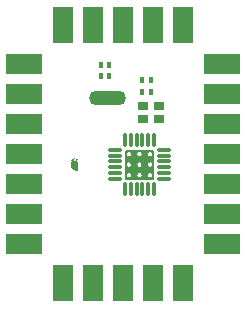
<source format=gts>
G04 DipTrace 2.4.0.2*
%INkeypad.gts*%
%MOMM*%
%ADD15C,0.152*%
%ADD17C,0.165*%
%ADD21O,1.14X0.42*%
%ADD23O,0.42X1.14*%
%ADD33O,1.185X1.23*%
%ADD42R,0.45X0.55*%
%ADD43R,2.082X1.75*%
%ADD44R,1.65X1.75*%
%ADD45R,1.75X2.082*%
%ADD46R,1.75X1.65*%
%ADD47R,0.95X0.75*%
%FSLAX53Y53*%
G04*
G71*
G90*
G75*
G01*
%LNTopMask*%
%LPD*%
X20002Y21472D2*
D17*
Y21492D1*
X20004Y21511D1*
X20007Y21530D1*
X20012Y21549D1*
X20018Y21568D1*
X20025Y21586D1*
X20033Y21604D1*
X20042Y21620D1*
X20053Y21637D1*
X20064Y21652D1*
X20076Y21666D1*
X20090Y21680D1*
X20104Y21693D1*
X20119Y21704D1*
X20135Y21714D1*
X20151Y21724D1*
X20168Y21731D1*
X20186Y21738D1*
X20204Y21743D1*
X20222Y21748D1*
X20240Y21750D1*
X20259Y21752D1*
X20278D1*
X20296Y21750D1*
X20315Y21748D1*
X20333Y21743D1*
X20351Y21738D1*
X20368Y21731D1*
X20385Y21724D1*
X20402Y21714D1*
X20417Y21704D1*
X20432Y21693D1*
X20447Y21680D1*
X20460Y21666D1*
X20472Y21652D1*
X20484Y21637D1*
X20494Y21620D1*
X20504Y21604D1*
X20512Y21586D1*
X20519Y21568D1*
X20525Y21549D1*
X20529Y21530D1*
X20532Y21511D1*
X20534Y21492D1*
X20535Y21472D1*
X20534Y21453D1*
X20532Y21433D1*
X20529Y21414D1*
X20525Y21395D1*
X20519Y21377D1*
X20512Y21359D1*
X20504Y21341D1*
X20494Y21324D1*
X20484Y21308D1*
X20472Y21293D1*
X20460Y21278D1*
X20447Y21265D1*
X20432Y21252D1*
X20417Y21241D1*
X20402Y21230D1*
X20385Y21221D1*
X20368Y21213D1*
X20351Y21207D1*
X20333Y21201D1*
X20315Y21197D1*
X20296Y21194D1*
X20278Y21193D1*
X20259D1*
X20240Y21194D1*
X20222Y21197D1*
X20204Y21201D1*
X20186Y21207D1*
X20168Y21213D1*
X20151Y21221D1*
X20135Y21230D1*
X20119Y21241D1*
X20104Y21252D1*
X20090Y21265D1*
X20076Y21278D1*
X20064Y21293D1*
X20053Y21308D1*
X20042Y21324D1*
X20033Y21341D1*
X20025Y21359D1*
X20018Y21377D1*
X20012Y21395D1*
X20007Y21414D1*
X20004Y21433D1*
X20002Y21453D1*
Y21472D1*
X20905D2*
X20906Y21492D1*
X20908Y21511D1*
X20911Y21530D1*
X20915Y21549D1*
X20921Y21568D1*
X20928Y21586D1*
X20936Y21604D1*
X20945Y21620D1*
X20956Y21637D1*
X20967Y21652D1*
X20980Y21666D1*
X20993Y21680D1*
X21007Y21693D1*
X21022Y21704D1*
X21038Y21714D1*
X21055Y21724D1*
X21072Y21731D1*
X21089Y21738D1*
X21107Y21743D1*
X21125Y21748D1*
X21144Y21750D1*
X21162Y21752D1*
X21181D1*
X21199Y21750D1*
X21218Y21748D1*
X21236Y21743D1*
X21254Y21738D1*
X21271Y21731D1*
X21288Y21724D1*
X21305Y21714D1*
X21321Y21704D1*
X21336Y21693D1*
X21350Y21680D1*
X21363Y21666D1*
X21376Y21652D1*
X21387Y21637D1*
X21398Y21620D1*
X21407Y21604D1*
X21415Y21586D1*
X21422Y21568D1*
X21428Y21549D1*
X21432Y21530D1*
X21436Y21511D1*
X21437Y21492D1*
X21438Y21472D1*
X21437Y21453D1*
X21436Y21433D1*
X21432Y21414D1*
X21428Y21395D1*
X21422Y21377D1*
X21415Y21359D1*
X21407Y21341D1*
X21398Y21324D1*
X21387Y21308D1*
X21376Y21293D1*
X21363Y21278D1*
X21350Y21265D1*
X21336Y21252D1*
X21321Y21241D1*
X21305Y21230D1*
X21288Y21221D1*
X21271Y21213D1*
X21254Y21207D1*
X21236Y21201D1*
X21218Y21197D1*
X21199Y21194D1*
X21181Y21193D1*
X21162D1*
X21144Y21194D1*
X21125Y21197D1*
X21107Y21201D1*
X21089Y21207D1*
X21072Y21213D1*
X21055Y21221D1*
X21038Y21230D1*
X21022Y21241D1*
X21007Y21252D1*
X20993Y21265D1*
X20980Y21278D1*
X20967Y21293D1*
X20956Y21308D1*
X20945Y21324D1*
X20936Y21341D1*
X20928Y21359D1*
X20921Y21377D1*
X20915Y21395D1*
X20911Y21414D1*
X20908Y21433D1*
X20906Y21453D1*
X20905Y21472D1*
X19095Y20576D2*
X19096Y20595D1*
X19098Y20615D1*
X19101Y20634D1*
X19105Y20653D1*
X19111Y20671D1*
X19118Y20689D1*
X19126Y20707D1*
X19135Y20724D1*
X19146Y20740D1*
X19157Y20755D1*
X19170Y20770D1*
X19183Y20783D1*
X19197Y20796D1*
X19212Y20807D1*
X19228Y20818D1*
X19245Y20827D1*
X19262Y20835D1*
X19279Y20842D1*
X19297Y20847D1*
X19315Y20851D1*
X19334Y20854D1*
X19352Y20855D1*
X19371D1*
X19389Y20854D1*
X19408Y20851D1*
X19426Y20847D1*
X19444Y20842D1*
X19461Y20835D1*
X19478Y20827D1*
X19495Y20818D1*
X19511Y20807D1*
X19526Y20796D1*
X19540Y20783D1*
X19553Y20770D1*
X19566Y20755D1*
X19577Y20740D1*
X19588Y20724D1*
X19597Y20707D1*
X19605Y20689D1*
X19612Y20671D1*
X19618Y20653D1*
X19622Y20634D1*
X19626Y20615D1*
X19628Y20595D1*
Y20576D1*
Y20556D1*
X19626Y20537D1*
X19622Y20518D1*
X19618Y20499D1*
X19612Y20480D1*
X19605Y20462D1*
X19597Y20445D1*
X19588Y20428D1*
X19577Y20411D1*
X19566Y20396D1*
X19553Y20382D1*
X19540Y20368D1*
X19526Y20356D1*
X19511Y20344D1*
X19495Y20334D1*
X19478Y20325D1*
X19461Y20317D1*
X19444Y20310D1*
X19426Y20305D1*
X19408Y20301D1*
X19389Y20298D1*
X19371Y20296D1*
X19352D1*
X19334Y20298D1*
X19315Y20301D1*
X19297Y20305D1*
X19279Y20310D1*
X19262Y20317D1*
X19245Y20325D1*
X19228Y20334D1*
X19212Y20344D1*
X19197Y20356D1*
X19183Y20368D1*
X19170Y20382D1*
X19157Y20396D1*
X19146Y20411D1*
X19135Y20428D1*
X19126Y20445D1*
X19118Y20462D1*
X19111Y20480D1*
X19105Y20499D1*
X19101Y20518D1*
X19098Y20537D1*
X19096Y20556D1*
X19095Y20576D1*
X19995Y20572D2*
Y20592D1*
X19997Y20611D1*
X20001Y20630D1*
X20005Y20649D1*
X20011Y20668D1*
X20018Y20686D1*
X20026Y20704D1*
X20035Y20720D1*
X20046Y20737D1*
X20057Y20752D1*
X20070Y20766D1*
X20083Y20780D1*
X20097Y20792D1*
X20112Y20804D1*
X20128Y20814D1*
X20145Y20823D1*
X20162Y20831D1*
X20179Y20838D1*
X20197Y20843D1*
X20215Y20847D1*
X20234Y20850D1*
X20252Y20851D1*
X20271D1*
X20289Y20850D1*
X20308Y20847D1*
X20326Y20843D1*
X20344Y20838D1*
X20361Y20831D1*
X20378Y20823D1*
X20395Y20814D1*
X20411Y20804D1*
X20426Y20792D1*
X20440Y20780D1*
X20453Y20766D1*
X20466Y20752D1*
X20477Y20737D1*
X20488Y20720D1*
X20497Y20704D1*
X20505Y20686D1*
X20512Y20668D1*
X20518Y20649D1*
X20522Y20630D1*
X20525Y20611D1*
X20527Y20592D1*
X20528Y20572D1*
X20527Y20553D1*
X20525Y20534D1*
X20522Y20514D1*
X20518Y20495D1*
X20512Y20477D1*
X20505Y20459D1*
X20497Y20441D1*
X20488Y20424D1*
X20477Y20408D1*
X20466Y20393D1*
X20453Y20378D1*
X20440Y20365D1*
X20426Y20352D1*
X20411Y20341D1*
X20395Y20331D1*
X20378Y20321D1*
X20361Y20314D1*
X20344Y20307D1*
X20326Y20301D1*
X20308Y20297D1*
X20289Y20295D1*
X20271Y20293D1*
X20252D1*
X20234Y20295D1*
X20215Y20297D1*
X20197Y20301D1*
X20179Y20307D1*
X20162Y20314D1*
X20145Y20321D1*
X20128Y20331D1*
X20112Y20341D1*
X20097Y20352D1*
X20083Y20365D1*
X20070Y20378D1*
X20057Y20393D1*
X20046Y20408D1*
X20035Y20424D1*
X20026Y20441D1*
X20018Y20459D1*
X20011Y20477D1*
X20005Y20495D1*
X20001Y20514D1*
X19997Y20534D1*
X19995Y20553D1*
Y20572D1*
X20005D2*
X20006Y20592D1*
X20008Y20611D1*
X20011Y20630D1*
X20015Y20649D1*
X20021Y20668D1*
X20028Y20686D1*
X20036Y20704D1*
X20046Y20720D1*
X20056Y20737D1*
X20067Y20752D1*
X20080Y20766D1*
X20093Y20780D1*
X20108Y20792D1*
X20123Y20804D1*
X20138Y20814D1*
X20155Y20823D1*
X20172Y20831D1*
X20189Y20838D1*
X20207Y20843D1*
X20225Y20847D1*
X20244Y20850D1*
X20262Y20851D1*
X20281D1*
X20300Y20850D1*
X20318Y20847D1*
X20336Y20843D1*
X20354Y20838D1*
X20372Y20831D1*
X20389Y20823D1*
X20405Y20814D1*
X20421Y20804D1*
X20436Y20792D1*
X20450Y20780D1*
X20463Y20766D1*
X20476Y20752D1*
X20487Y20737D1*
X20498Y20720D1*
X20507Y20704D1*
X20515Y20686D1*
X20522Y20668D1*
X20528Y20649D1*
X20532Y20630D1*
X20536Y20611D1*
X20538Y20592D1*
Y20572D1*
Y20553D1*
X20536Y20534D1*
X20532Y20514D1*
X20528Y20495D1*
X20522Y20477D1*
X20515Y20459D1*
X20507Y20441D1*
X20498Y20424D1*
X20487Y20408D1*
X20476Y20393D1*
X20463Y20378D1*
X20450Y20365D1*
X20436Y20352D1*
X20421Y20341D1*
X20405Y20331D1*
X20389Y20321D1*
X20372Y20314D1*
X20354Y20307D1*
X20336Y20301D1*
X20318Y20297D1*
X20300Y20295D1*
X20281Y20293D1*
X20262D1*
X20244Y20295D1*
X20225Y20297D1*
X20207Y20301D1*
X20189Y20307D1*
X20172Y20314D1*
X20155Y20321D1*
X20138Y20331D1*
X20123Y20341D1*
X20108Y20352D1*
X20093Y20365D1*
X20080Y20378D1*
X20067Y20393D1*
X20056Y20408D1*
X20046Y20424D1*
X20036Y20441D1*
X20028Y20459D1*
X20021Y20477D1*
X20015Y20495D1*
X20011Y20514D1*
X20008Y20534D1*
X20006Y20553D1*
X20005Y20572D1*
X20902Y20579D2*
Y20599D1*
X20904Y20618D1*
X20907Y20637D1*
X20912Y20656D1*
X20918Y20675D1*
X20925Y20693D1*
X20933Y20710D1*
X20942Y20727D1*
X20952Y20743D1*
X20964Y20759D1*
X20976Y20773D1*
X20990Y20787D1*
X21004Y20799D1*
X21019Y20811D1*
X21035Y20821D1*
X21051Y20830D1*
X21068Y20838D1*
X21086Y20845D1*
X21104Y20850D1*
X21122Y20854D1*
X21140Y20857D1*
X21159Y20858D1*
X21177D1*
X21196Y20857D1*
X21214Y20854D1*
X21233Y20850D1*
X21251Y20845D1*
X21268Y20838D1*
X21285Y20830D1*
X21301Y20821D1*
X21317Y20811D1*
X21332Y20799D1*
X21347Y20787D1*
X21360Y20773D1*
X21372Y20759D1*
X21384Y20743D1*
X21394Y20727D1*
X21404Y20710D1*
X21412Y20693D1*
X21419Y20675D1*
X21424Y20656D1*
X21429Y20637D1*
X21432Y20618D1*
X21434Y20599D1*
X21435Y20579D1*
X21434Y20560D1*
X21432Y20540D1*
X21429Y20521D1*
X21424Y20502D1*
X21419Y20484D1*
X21412Y20465D1*
X21404Y20448D1*
X21394Y20431D1*
X21384Y20415D1*
X21372Y20400D1*
X21360Y20385D1*
X21347Y20372D1*
X21332Y20359D1*
X21317Y20348D1*
X21301Y20337D1*
X21285Y20328D1*
X21268Y20320D1*
X21251Y20313D1*
X21233Y20308D1*
X21214Y20304D1*
X21196Y20301D1*
X21177Y20300D1*
X21159D1*
X21140Y20301D1*
X21122Y20304D1*
X21104Y20308D1*
X21086Y20313D1*
X21068Y20320D1*
X21051Y20328D1*
X21035Y20337D1*
X21019Y20348D1*
X21004Y20359D1*
X20990Y20372D1*
X20976Y20385D1*
X20964Y20400D1*
X20952Y20415D1*
X20942Y20431D1*
X20933Y20448D1*
X20925Y20465D1*
X20918Y20484D1*
X20912Y20502D1*
X20907Y20521D1*
X20904Y20540D1*
X20902Y20560D1*
Y20579D1*
X19998Y19672D2*
X19999Y19692D1*
X20001Y19711D1*
X20004Y19730D1*
X20009Y19749D1*
X20014Y19768D1*
X20021Y19786D1*
X20029Y19803D1*
X20039Y19820D1*
X20049Y19836D1*
X20061Y19852D1*
X20073Y19866D1*
X20086Y19880D1*
X20101Y19892D1*
X20116Y19904D1*
X20132Y19914D1*
X20148Y19923D1*
X20165Y19931D1*
X20182Y19938D1*
X20200Y19943D1*
X20219Y19947D1*
X20237Y19950D1*
X20256Y19951D1*
X20274D1*
X20293Y19950D1*
X20311Y19947D1*
X20329Y19943D1*
X20347Y19938D1*
X20365Y19931D1*
X20382Y19923D1*
X20398Y19914D1*
X20414Y19904D1*
X20429Y19892D1*
X20443Y19880D1*
X20457Y19866D1*
X20469Y19852D1*
X20481Y19836D1*
X20491Y19820D1*
X20500Y19803D1*
X20508Y19786D1*
X20515Y19768D1*
X20521Y19749D1*
X20526Y19730D1*
X20529Y19711D1*
X20531Y19692D1*
Y19672D1*
Y19653D1*
X20529Y19633D1*
X20526Y19614D1*
X20521Y19595D1*
X20515Y19577D1*
X20508Y19559D1*
X20500Y19541D1*
X20491Y19524D1*
X20481Y19508D1*
X20469Y19493D1*
X20457Y19478D1*
X20443Y19465D1*
X20429Y19452D1*
X20414Y19441D1*
X20398Y19430D1*
X20382Y19421D1*
X20365Y19413D1*
X20347Y19407D1*
X20329Y19401D1*
X20311Y19397D1*
X20293Y19395D1*
X20274Y19393D1*
X20256D1*
X20237Y19395D1*
X20219Y19397D1*
X20200Y19401D1*
X20182Y19407D1*
X20165Y19413D1*
X20148Y19421D1*
X20132Y19430D1*
X20116Y19441D1*
X20101Y19452D1*
X20086Y19465D1*
X20073Y19478D1*
X20061Y19493D1*
X20049Y19508D1*
X20039Y19524D1*
X20029Y19541D1*
X20021Y19559D1*
X20014Y19577D1*
X20009Y19595D1*
X20004Y19614D1*
X20001Y19633D1*
X19999Y19653D1*
X19998Y19672D1*
X19102D2*
Y19692D1*
X19104Y19711D1*
X19108Y19730D1*
X19112Y19749D1*
X19118Y19768D1*
X19125Y19786D1*
X19133Y19803D1*
X19142Y19820D1*
X19153Y19836D1*
X19164Y19852D1*
X19177Y19866D1*
X19190Y19880D1*
X19204Y19892D1*
X19219Y19904D1*
X19235Y19914D1*
X19252Y19923D1*
X19269Y19931D1*
X19286Y19938D1*
X19304Y19943D1*
X19322Y19947D1*
X19341Y19950D1*
X19359Y19951D1*
X19378D1*
X19396Y19950D1*
X19415Y19947D1*
X19433Y19943D1*
X19451Y19938D1*
X19468Y19931D1*
X19485Y19923D1*
X19502Y19914D1*
X19517Y19904D1*
X19533Y19892D1*
X19547Y19880D1*
X19560Y19866D1*
X19573Y19852D1*
X19584Y19836D1*
X19594Y19820D1*
X19604Y19803D1*
X19612Y19786D1*
X19619Y19768D1*
X19625Y19749D1*
X19629Y19730D1*
X19632Y19711D1*
X19634Y19692D1*
X19635Y19672D1*
X19634Y19653D1*
X19632Y19633D1*
X19629Y19614D1*
X19625Y19595D1*
X19619Y19577D1*
X19612Y19559D1*
X19604Y19541D1*
X19594Y19524D1*
X19584Y19508D1*
X19573Y19493D1*
X19560Y19478D1*
X19547Y19465D1*
X19533Y19452D1*
X19517Y19441D1*
X19502Y19430D1*
X19485Y19421D1*
X19468Y19413D1*
X19451Y19407D1*
X19433Y19401D1*
X19415Y19397D1*
X19396Y19395D1*
X19378Y19393D1*
X19359D1*
X19341Y19395D1*
X19322Y19397D1*
X19304Y19401D1*
X19286Y19407D1*
X19269Y19413D1*
X19252Y19421D1*
X19235Y19430D1*
X19219Y19441D1*
X19204Y19452D1*
X19190Y19465D1*
X19177Y19478D1*
X19164Y19493D1*
X19153Y19508D1*
X19142Y19524D1*
X19133Y19541D1*
X19125Y19559D1*
X19118Y19577D1*
X19112Y19595D1*
X19108Y19614D1*
X19104Y19633D1*
X19102Y19653D1*
Y19672D1*
X20905D2*
X20906Y19692D1*
X20908Y19711D1*
X20911Y19730D1*
X20915Y19749D1*
X20921Y19768D1*
X20928Y19786D1*
X20936Y19803D1*
X20945Y19820D1*
X20956Y19836D1*
X20967Y19852D1*
X20980Y19866D1*
X20993Y19880D1*
X21007Y19892D1*
X21022Y19904D1*
X21038Y19914D1*
X21055Y19923D1*
X21072Y19931D1*
X21089Y19938D1*
X21107Y19943D1*
X21125Y19947D1*
X21144Y19950D1*
X21162Y19951D1*
X21181D1*
X21199Y19950D1*
X21218Y19947D1*
X21236Y19943D1*
X21254Y19938D1*
X21271Y19931D1*
X21288Y19923D1*
X21305Y19914D1*
X21321Y19904D1*
X21336Y19892D1*
X21350Y19880D1*
X21363Y19866D1*
X21376Y19852D1*
X21387Y19836D1*
X21398Y19820D1*
X21407Y19803D1*
X21415Y19786D1*
X21422Y19768D1*
X21428Y19749D1*
X21432Y19730D1*
X21436Y19711D1*
X21437Y19692D1*
X21438Y19672D1*
X21437Y19653D1*
X21436Y19633D1*
X21432Y19614D1*
X21428Y19595D1*
X21422Y19577D1*
X21415Y19559D1*
X21407Y19541D1*
X21398Y19524D1*
X21387Y19508D1*
X21376Y19493D1*
X21363Y19478D1*
X21350Y19465D1*
X21336Y19452D1*
X21321Y19441D1*
X21305Y19430D1*
X21288Y19421D1*
X21271Y19413D1*
X21254Y19407D1*
X21236Y19401D1*
X21218Y19397D1*
X21199Y19395D1*
X21181Y19393D1*
X21162D1*
X21144Y19395D1*
X21125Y19397D1*
X21107Y19401D1*
X21089Y19407D1*
X21072Y19413D1*
X21055Y19421D1*
X21038Y19430D1*
X21022Y19441D1*
X21007Y19452D1*
X20993Y19465D1*
X20980Y19478D1*
X20967Y19493D1*
X20956Y19508D1*
X20945Y19524D1*
X20936Y19541D1*
X20928Y19559D1*
X20921Y19577D1*
X20915Y19595D1*
X20911Y19614D1*
X20908Y19633D1*
X20906Y19653D1*
X20905Y19672D1*
X19122Y21726D2*
D15*
X21422D1*
Y19376D1*
X19122D1*
Y21726D1*
G36*
X19606Y21782D2*
X20086D1*
Y19399D1*
X19606D1*
Y21782D1*
G37*
G36*
X19049Y20376D2*
X21525D1*
Y19909D1*
X19049D1*
Y20376D1*
G37*
G36*
X19066Y21236D2*
X21425D1*
Y20769D1*
X19066D1*
Y21236D1*
G37*
G36*
X20522Y21776D2*
X20968D1*
Y19406D1*
X20522D1*
Y21776D1*
G37*
X19128Y21459D2*
D17*
X19129Y21479D1*
X19131Y21498D1*
X19134Y21517D1*
X19139Y21536D1*
X19144Y21555D1*
X19151Y21573D1*
X19160Y21590D1*
X19169Y21607D1*
X19179Y21623D1*
X19191Y21639D1*
X19203Y21653D1*
X19217Y21667D1*
X19231Y21679D1*
X19246Y21691D1*
X19262Y21701D1*
X19278Y21710D1*
X19295Y21718D1*
X19313Y21725D1*
X19331Y21730D1*
X19349Y21734D1*
X19367Y21737D1*
X19386Y21738D1*
X19404D1*
X19423Y21737D1*
X19441Y21734D1*
X19460Y21730D1*
X19477Y21725D1*
X19495Y21718D1*
X19512Y21710D1*
X19528Y21701D1*
X19544Y21691D1*
X19559Y21679D1*
X19573Y21667D1*
X19587Y21653D1*
X19599Y21639D1*
X19611Y21623D1*
X19621Y21607D1*
X19630Y21590D1*
X19639Y21573D1*
X19646Y21555D1*
X19651Y21536D1*
X19656Y21517D1*
X19659Y21498D1*
X19661Y21479D1*
X19662Y21459D1*
X19661Y21440D1*
X19659Y21420D1*
X19656Y21401D1*
X19651Y21382D1*
X19646Y21363D1*
X19639Y21345D1*
X19630Y21328D1*
X19621Y21311D1*
X19611Y21295D1*
X19599Y21279D1*
X19587Y21265D1*
X19573Y21251D1*
X19559Y21239D1*
X19544Y21227D1*
X19528Y21217D1*
X19512Y21208D1*
X19495Y21200D1*
X19477Y21193D1*
X19460Y21188D1*
X19441Y21184D1*
X19423Y21181D1*
X19404Y21180D1*
X19386D1*
X19367Y21181D1*
X19349Y21184D1*
X19331Y21188D1*
X19313Y21193D1*
X19295Y21200D1*
X19278Y21208D1*
X19262Y21217D1*
X19246Y21227D1*
X19231Y21239D1*
X19217Y21251D1*
X19203Y21265D1*
X19191Y21279D1*
X19179Y21295D1*
X19169Y21311D1*
X19160Y21328D1*
X19151Y21345D1*
X19144Y21363D1*
X19139Y21382D1*
X19134Y21401D1*
X19131Y21420D1*
X19129Y21440D1*
X19128Y21459D1*
D21*
X18222Y21826D3*
Y21326D3*
Y20826D3*
Y20326D3*
Y19826D3*
Y19326D3*
D23*
X19022Y18526D3*
X19522D3*
X20022D3*
X20522D3*
X21022D3*
X21522D3*
D21*
X22322Y19326D3*
Y19826D3*
Y20326D3*
Y20826D3*
Y21326D3*
Y21826D3*
D23*
X21522Y22626D3*
X21022D3*
X20522D3*
X20022D3*
X19522D3*
X19022D3*
D47*
X20585Y24402D3*
X21885D3*
X20587Y25549D3*
X21887D3*
D46*
X23970Y31590D3*
X21430D3*
X18890D3*
X16350D3*
X13810D3*
D45*
X23970Y32860D3*
X21430D3*
X18890D3*
X16350D3*
X13810D3*
D46*
Y11270D3*
X16350D3*
X18890D3*
X21430D3*
X23970D3*
D45*
X13810Y10000D3*
X16350D3*
X18890D3*
X21430D3*
X23970D3*
D44*
X26510Y16350D3*
Y18890D3*
Y21430D3*
Y23970D3*
Y26510D3*
D43*
X27780Y16350D3*
Y18890D3*
Y21430D3*
Y23970D3*
Y26510D3*
D44*
X26510Y29050D3*
D43*
X27780D3*
D44*
X26510Y13810D3*
D43*
X27780D3*
D44*
X11270Y26510D3*
Y23970D3*
Y21430D3*
Y18890D3*
Y16350D3*
D43*
X10000Y26510D3*
Y23970D3*
Y21430D3*
Y18890D3*
Y16350D3*
D44*
X11270Y13810D3*
D43*
X10000D3*
D44*
X11270Y29050D3*
D43*
X10000D3*
D42*
X20513Y26743D3*
X21213D3*
Y27743D3*
X20513D3*
X17018Y28029D3*
X17718D3*
Y29029D3*
X17018D3*
D33*
X16621Y26169D3*
G36*
X16581Y25569D2*
X18556D1*
Y26769D1*
X16581D1*
Y25569D1*
G37*
D33*
X18541Y26169D3*
G36*
X15064Y20011D2*
X14874Y20040D1*
X14727Y20100D1*
X14633Y20176D1*
X14556Y20252D1*
X14493Y20365D1*
X14468Y20430D1*
X14447Y20525D1*
X14437Y20576D1*
X14432Y20658D1*
X14455Y20723D1*
X14493Y20761D1*
X14518Y20787D1*
X14531Y20851D1*
X14526Y20876D1*
X14511Y20927D1*
X14480Y20954D1*
X14562Y21053D1*
X14638Y21003D1*
X14656D1*
X14692Y21092D1*
X14747Y21104D1*
X14849Y21114D1*
X14742Y20862D1*
Y20830D1*
X14750Y20787D1*
X14772Y20777D1*
X14823Y20797D1*
X14887Y20912D1*
X14958Y21084D1*
X15008Y21058D1*
X15063Y20995D1*
X14988Y20804D1*
X15026Y20811D1*
X15064D1*
Y20011D1*
G37*
M02*

</source>
